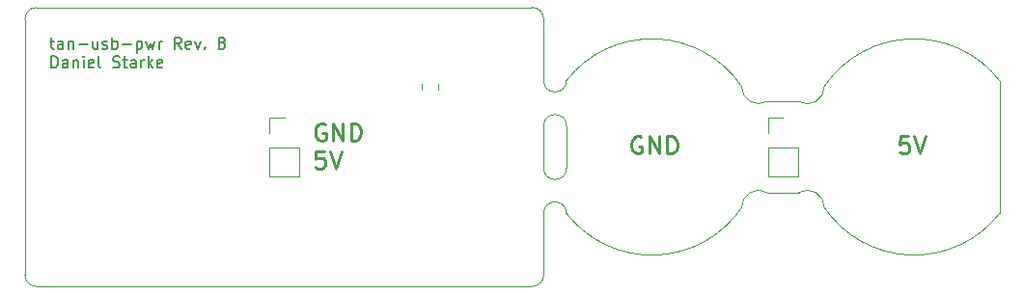
<source format=gbr>
G04 #@! TF.GenerationSoftware,KiCad,Pcbnew,(5.1.5)-3*
G04 #@! TF.CreationDate,2024-11-30T00:03:08+01:00*
G04 #@! TF.ProjectId,tan-usb-pwr,74616e2d-7573-4622-9d70-77722e6b6963,B*
G04 #@! TF.SameCoordinates,PX57bcf00PY53af570*
G04 #@! TF.FileFunction,Legend,Top*
G04 #@! TF.FilePolarity,Positive*
%FSLAX46Y46*%
G04 Gerber Fmt 4.6, Leading zero omitted, Abs format (unit mm)*
G04 Created by KiCad (PCBNEW (5.1.5)-3) date 2024-11-30 00:03:08*
%MOMM*%
%LPD*%
G04 APERTURE LIST*
%ADD10C,0.100000*%
%ADD11C,0.150000*%
%ADD12C,0.250000*%
%ADD13C,0.120000*%
G04 APERTURE END LIST*
D10*
X47500000Y10400000D02*
X47500000Y14100000D01*
X47500000Y10400000D02*
G75*
G02X45500000Y10400000I-1000000J0D01*
G01*
X45500000Y14100000D02*
G75*
G02X47500000Y14100000I1000000J0D01*
G01*
X85500000Y18081000D02*
X85500000Y6419050D01*
X85500002Y6419049D02*
G75*
G02X70126925Y6933544I-7500002J5830951D01*
G01*
X67871055Y8249999D02*
G75*
G02X70126953Y6933489I756045J-1295529D01*
G01*
X65128900Y8250000D02*
X67871100Y8250000D01*
X62873048Y6933500D02*
G75*
G02X65128947Y8249997I1499852J20970D01*
G01*
X62873061Y6933473D02*
G75*
G02X47500000Y6419001I-7873061J5316527D01*
G01*
X47500023Y18080980D02*
G75*
G02X62873037Y17566510I7499977J-5830980D01*
G01*
X65128949Y16249972D02*
G75*
G02X62873046Y17566469I-756049J1295528D01*
G01*
X65128900Y16250000D02*
X67871100Y16250000D01*
X70126953Y17566480D02*
G75*
G02X67871054Y16249971I-1499853J-20980D01*
G01*
X70126901Y17566472D02*
G75*
G02X85500000Y18081000I7873099J-5316472D01*
G01*
D11*
X2192738Y21539286D02*
X2573690Y21539286D01*
X2335595Y21872620D02*
X2335595Y21015477D01*
X2383214Y20920239D01*
X2478452Y20872620D01*
X2573690Y20872620D01*
X3335595Y20872620D02*
X3335595Y21396429D01*
X3287976Y21491667D01*
X3192738Y21539286D01*
X3002261Y21539286D01*
X2907023Y21491667D01*
X3335595Y20920239D02*
X3240357Y20872620D01*
X3002261Y20872620D01*
X2907023Y20920239D01*
X2859404Y21015477D01*
X2859404Y21110715D01*
X2907023Y21205953D01*
X3002261Y21253572D01*
X3240357Y21253572D01*
X3335595Y21301191D01*
X3811785Y21539286D02*
X3811785Y20872620D01*
X3811785Y21444048D02*
X3859404Y21491667D01*
X3954642Y21539286D01*
X4097500Y21539286D01*
X4192738Y21491667D01*
X4240357Y21396429D01*
X4240357Y20872620D01*
X4716547Y21253572D02*
X5478452Y21253572D01*
X6383214Y21539286D02*
X6383214Y20872620D01*
X5954642Y21539286D02*
X5954642Y21015477D01*
X6002261Y20920239D01*
X6097500Y20872620D01*
X6240357Y20872620D01*
X6335595Y20920239D01*
X6383214Y20967858D01*
X6811785Y20920239D02*
X6907023Y20872620D01*
X7097500Y20872620D01*
X7192738Y20920239D01*
X7240357Y21015477D01*
X7240357Y21063096D01*
X7192738Y21158334D01*
X7097500Y21205953D01*
X6954642Y21205953D01*
X6859404Y21253572D01*
X6811785Y21348810D01*
X6811785Y21396429D01*
X6859404Y21491667D01*
X6954642Y21539286D01*
X7097500Y21539286D01*
X7192738Y21491667D01*
X7668928Y20872620D02*
X7668928Y21872620D01*
X7668928Y21491667D02*
X7764166Y21539286D01*
X7954642Y21539286D01*
X8049880Y21491667D01*
X8097500Y21444048D01*
X8145119Y21348810D01*
X8145119Y21063096D01*
X8097500Y20967858D01*
X8049880Y20920239D01*
X7954642Y20872620D01*
X7764166Y20872620D01*
X7668928Y20920239D01*
X8573690Y21253572D02*
X9335595Y21253572D01*
X9811785Y21539286D02*
X9811785Y20539286D01*
X9811785Y21491667D02*
X9907023Y21539286D01*
X10097500Y21539286D01*
X10192738Y21491667D01*
X10240357Y21444048D01*
X10287976Y21348810D01*
X10287976Y21063096D01*
X10240357Y20967858D01*
X10192738Y20920239D01*
X10097500Y20872620D01*
X9907023Y20872620D01*
X9811785Y20920239D01*
X10621309Y21539286D02*
X10811785Y20872620D01*
X11002261Y21348810D01*
X11192738Y20872620D01*
X11383214Y21539286D01*
X11764166Y20872620D02*
X11764166Y21539286D01*
X11764166Y21348810D02*
X11811785Y21444048D01*
X11859404Y21491667D01*
X11954642Y21539286D01*
X12049880Y21539286D01*
X13716547Y20872620D02*
X13383214Y21348810D01*
X13145119Y20872620D02*
X13145119Y21872620D01*
X13526071Y21872620D01*
X13621309Y21825000D01*
X13668928Y21777381D01*
X13716547Y21682143D01*
X13716547Y21539286D01*
X13668928Y21444048D01*
X13621309Y21396429D01*
X13526071Y21348810D01*
X13145119Y21348810D01*
X14526071Y20920239D02*
X14430833Y20872620D01*
X14240357Y20872620D01*
X14145119Y20920239D01*
X14097500Y21015477D01*
X14097500Y21396429D01*
X14145119Y21491667D01*
X14240357Y21539286D01*
X14430833Y21539286D01*
X14526071Y21491667D01*
X14573690Y21396429D01*
X14573690Y21301191D01*
X14097500Y21205953D01*
X14907023Y21539286D02*
X15145119Y20872620D01*
X15383214Y21539286D01*
X15764166Y20967858D02*
X15811785Y20920239D01*
X15764166Y20872620D01*
X15716547Y20920239D01*
X15764166Y20967858D01*
X15764166Y20872620D01*
X17335595Y21396429D02*
X17478452Y21348810D01*
X17526071Y21301191D01*
X17573690Y21205953D01*
X17573690Y21063096D01*
X17526071Y20967858D01*
X17478452Y20920239D01*
X17383214Y20872620D01*
X17002261Y20872620D01*
X17002261Y21872620D01*
X17335595Y21872620D01*
X17430833Y21825000D01*
X17478452Y21777381D01*
X17526071Y21682143D01*
X17526071Y21586905D01*
X17478452Y21491667D01*
X17430833Y21444048D01*
X17335595Y21396429D01*
X17002261Y21396429D01*
X2335595Y19222620D02*
X2335595Y20222620D01*
X2573690Y20222620D01*
X2716547Y20175000D01*
X2811785Y20079762D01*
X2859404Y19984524D01*
X2907023Y19794048D01*
X2907023Y19651191D01*
X2859404Y19460715D01*
X2811785Y19365477D01*
X2716547Y19270239D01*
X2573690Y19222620D01*
X2335595Y19222620D01*
X3764166Y19222620D02*
X3764166Y19746429D01*
X3716547Y19841667D01*
X3621309Y19889286D01*
X3430833Y19889286D01*
X3335595Y19841667D01*
X3764166Y19270239D02*
X3668928Y19222620D01*
X3430833Y19222620D01*
X3335595Y19270239D01*
X3287976Y19365477D01*
X3287976Y19460715D01*
X3335595Y19555953D01*
X3430833Y19603572D01*
X3668928Y19603572D01*
X3764166Y19651191D01*
X4240357Y19889286D02*
X4240357Y19222620D01*
X4240357Y19794048D02*
X4287976Y19841667D01*
X4383214Y19889286D01*
X4526071Y19889286D01*
X4621309Y19841667D01*
X4668928Y19746429D01*
X4668928Y19222620D01*
X5145119Y19222620D02*
X5145119Y19889286D01*
X5145119Y20222620D02*
X5097500Y20175000D01*
X5145119Y20127381D01*
X5192738Y20175000D01*
X5145119Y20222620D01*
X5145119Y20127381D01*
X6002261Y19270239D02*
X5907023Y19222620D01*
X5716547Y19222620D01*
X5621309Y19270239D01*
X5573690Y19365477D01*
X5573690Y19746429D01*
X5621309Y19841667D01*
X5716547Y19889286D01*
X5907023Y19889286D01*
X6002261Y19841667D01*
X6049880Y19746429D01*
X6049880Y19651191D01*
X5573690Y19555953D01*
X6621309Y19222620D02*
X6526071Y19270239D01*
X6478452Y19365477D01*
X6478452Y20222620D01*
X7716547Y19270239D02*
X7859404Y19222620D01*
X8097500Y19222620D01*
X8192738Y19270239D01*
X8240357Y19317858D01*
X8287976Y19413096D01*
X8287976Y19508334D01*
X8240357Y19603572D01*
X8192738Y19651191D01*
X8097500Y19698810D01*
X7907023Y19746429D01*
X7811785Y19794048D01*
X7764166Y19841667D01*
X7716547Y19936905D01*
X7716547Y20032143D01*
X7764166Y20127381D01*
X7811785Y20175000D01*
X7907023Y20222620D01*
X8145119Y20222620D01*
X8287976Y20175000D01*
X8573690Y19889286D02*
X8954642Y19889286D01*
X8716547Y20222620D02*
X8716547Y19365477D01*
X8764166Y19270239D01*
X8859404Y19222620D01*
X8954642Y19222620D01*
X9716547Y19222620D02*
X9716547Y19746429D01*
X9668928Y19841667D01*
X9573690Y19889286D01*
X9383214Y19889286D01*
X9287976Y19841667D01*
X9716547Y19270239D02*
X9621309Y19222620D01*
X9383214Y19222620D01*
X9287976Y19270239D01*
X9240357Y19365477D01*
X9240357Y19460715D01*
X9287976Y19555953D01*
X9383214Y19603572D01*
X9621309Y19603572D01*
X9716547Y19651191D01*
X10192738Y19222620D02*
X10192738Y19889286D01*
X10192738Y19698810D02*
X10240357Y19794048D01*
X10287976Y19841667D01*
X10383214Y19889286D01*
X10478452Y19889286D01*
X10811785Y19222620D02*
X10811785Y20222620D01*
X10907023Y19603572D02*
X11192738Y19222620D01*
X11192738Y19889286D02*
X10811785Y19508334D01*
X12002261Y19270239D02*
X11907023Y19222620D01*
X11716547Y19222620D01*
X11621309Y19270239D01*
X11573690Y19365477D01*
X11573690Y19746429D01*
X11621309Y19841667D01*
X11716547Y19889286D01*
X11907023Y19889286D01*
X12002261Y19841667D01*
X12049880Y19746429D01*
X12049880Y19651191D01*
X11573690Y19555953D01*
D12*
X26251785Y11876429D02*
X25537499Y11876429D01*
X25466071Y11162143D01*
X25537499Y11233572D01*
X25680357Y11305000D01*
X26037499Y11305000D01*
X26180357Y11233572D01*
X26251785Y11162143D01*
X26323214Y11019286D01*
X26323214Y10662143D01*
X26251785Y10519286D01*
X26180357Y10447858D01*
X26037499Y10376429D01*
X25680357Y10376429D01*
X25537499Y10447858D01*
X25466071Y10519286D01*
X26751785Y11876429D02*
X27251785Y10376429D01*
X27751785Y11876429D01*
X26323214Y14250000D02*
X26180357Y14321429D01*
X25966071Y14321429D01*
X25751785Y14250000D01*
X25608928Y14107143D01*
X25537499Y13964286D01*
X25466071Y13678572D01*
X25466071Y13464286D01*
X25537499Y13178572D01*
X25608928Y13035715D01*
X25751785Y12892858D01*
X25966071Y12821429D01*
X26108928Y12821429D01*
X26323214Y12892858D01*
X26394642Y12964286D01*
X26394642Y13464286D01*
X26108928Y13464286D01*
X27037499Y12821429D02*
X27037499Y14321429D01*
X27894642Y12821429D01*
X27894642Y14321429D01*
X28608928Y12821429D02*
X28608928Y14321429D01*
X28966071Y14321429D01*
X29180357Y14250000D01*
X29323214Y14107143D01*
X29394642Y13964286D01*
X29466071Y13678572D01*
X29466071Y13464286D01*
X29394642Y13178572D01*
X29323214Y13035715D01*
X29180357Y12892858D01*
X28966071Y12821429D01*
X28608928Y12821429D01*
D10*
X45500000Y10400000D02*
X45500000Y14100000D01*
X45500000Y6419001D02*
X45500000Y1000000D01*
X45500000Y6419001D02*
G75*
G02X47500000Y6419001I1000000J0D01*
G01*
X47500000Y18080998D02*
G75*
G02X45500000Y18080998I-1000000J0D01*
G01*
X44500000Y24500000D02*
X1000000Y24500000D01*
X44500000Y24500000D02*
G75*
G02X45500000Y23500000I0J-1000000D01*
G01*
X45500000Y18080998D02*
X45500000Y23500000D01*
X45500000Y1000000D02*
G75*
G02X44500000Y0I-1000000J0D01*
G01*
X1000000Y0D02*
X44500000Y0D01*
X0Y23500000D02*
X0Y1000000D01*
X0Y23500000D02*
G75*
G02X1000000Y24500000I1000000J0D01*
G01*
X1000000Y0D02*
G75*
G02X0Y1000000I0J1000000D01*
G01*
D12*
X77510757Y13178929D02*
X76796472Y13178929D01*
X76725043Y12464643D01*
X76796472Y12536072D01*
X76939329Y12607500D01*
X77296472Y12607500D01*
X77439329Y12536072D01*
X77510757Y12464643D01*
X77582186Y12321786D01*
X77582186Y11964643D01*
X77510757Y11821786D01*
X77439329Y11750358D01*
X77296472Y11678929D01*
X76939329Y11678929D01*
X76796472Y11750358D01*
X76725043Y11821786D01*
X78010757Y13178929D02*
X78510757Y11678929D01*
X79010757Y13178929D01*
X54060666Y13107500D02*
X53917809Y13178929D01*
X53703524Y13178929D01*
X53489238Y13107500D01*
X53346381Y12964643D01*
X53274952Y12821786D01*
X53203524Y12536072D01*
X53203524Y12321786D01*
X53274952Y12036072D01*
X53346381Y11893215D01*
X53489238Y11750358D01*
X53703524Y11678929D01*
X53846381Y11678929D01*
X54060666Y11750358D01*
X54132095Y11821786D01*
X54132095Y12321786D01*
X53846381Y12321786D01*
X54774952Y11678929D02*
X54774952Y13178929D01*
X55632095Y11678929D01*
X55632095Y13178929D01*
X56346381Y11678929D02*
X56346381Y13178929D01*
X56703524Y13178929D01*
X56917809Y13107500D01*
X57060666Y12964643D01*
X57132095Y12821786D01*
X57203524Y12536072D01*
X57203524Y12321786D01*
X57132095Y12036072D01*
X57060666Y11893215D01*
X56917809Y11750358D01*
X56703524Y11678929D01*
X56346381Y11678929D01*
D13*
X34790000Y17786252D02*
X34790000Y17263748D01*
X36210000Y17786252D02*
X36210000Y17263748D01*
X21420000Y14830000D02*
X22750000Y14830000D01*
X21420000Y13500000D02*
X21420000Y14830000D01*
X21420000Y12230000D02*
X24080000Y12230000D01*
X24080000Y12230000D02*
X24080000Y9630000D01*
X21420000Y12230000D02*
X21420000Y9630000D01*
X21420000Y9630000D02*
X24080000Y9630000D01*
X65170000Y14830000D02*
X66500000Y14830000D01*
X65170000Y13500000D02*
X65170000Y14830000D01*
X65170000Y12230000D02*
X67830000Y12230000D01*
X67830000Y12230000D02*
X67830000Y9630000D01*
X65170000Y12230000D02*
X65170000Y9630000D01*
X65170000Y9630000D02*
X67830000Y9630000D01*
M02*

</source>
